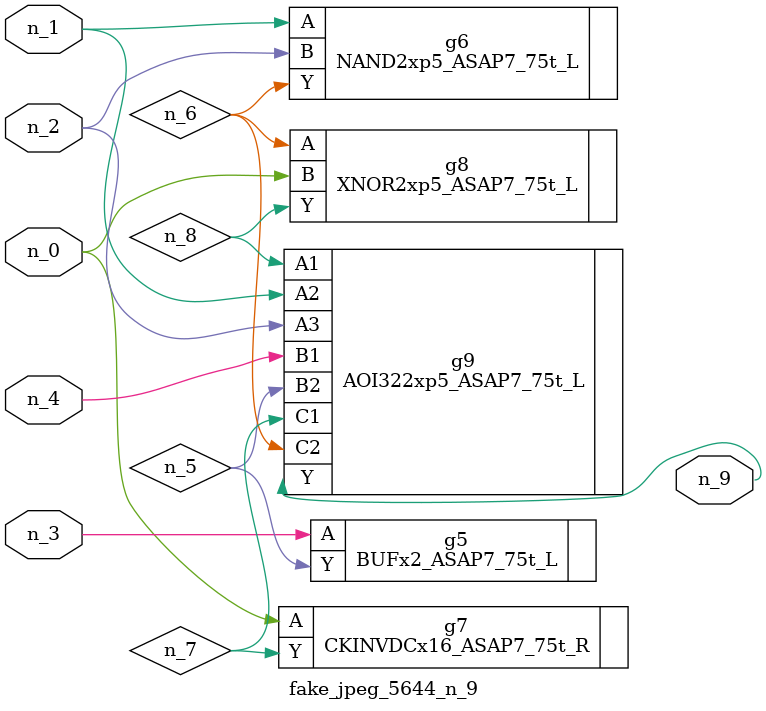
<source format=v>
module fake_jpeg_5644_n_9 (n_3, n_2, n_1, n_0, n_4, n_9);

input n_3;
input n_2;
input n_1;
input n_0;
input n_4;

output n_9;

wire n_8;
wire n_6;
wire n_5;
wire n_7;

BUFx2_ASAP7_75t_L g5 ( 
.A(n_3),
.Y(n_5)
);

NAND2xp5_ASAP7_75t_L g6 ( 
.A(n_1),
.B(n_2),
.Y(n_6)
);

CKINVDCx16_ASAP7_75t_R g7 ( 
.A(n_0),
.Y(n_7)
);

XNOR2xp5_ASAP7_75t_L g8 ( 
.A(n_6),
.B(n_0),
.Y(n_8)
);

AOI322xp5_ASAP7_75t_L g9 ( 
.A1(n_8),
.A2(n_1),
.A3(n_2),
.B1(n_4),
.B2(n_5),
.C1(n_7),
.C2(n_6),
.Y(n_9)
);


endmodule
</source>
